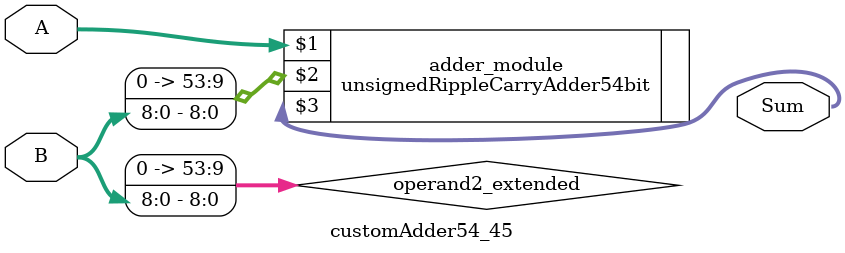
<source format=v>
module customAdder54_45(
                        input [53 : 0] A,
                        input [8 : 0] B,
                        
                        output [54 : 0] Sum
                );

        wire [53 : 0] operand2_extended;
        
        assign operand2_extended =  {45'b0, B};
        
        unsignedRippleCarryAdder54bit adder_module(
            A,
            operand2_extended,
            Sum
        );
        
        endmodule
        
</source>
